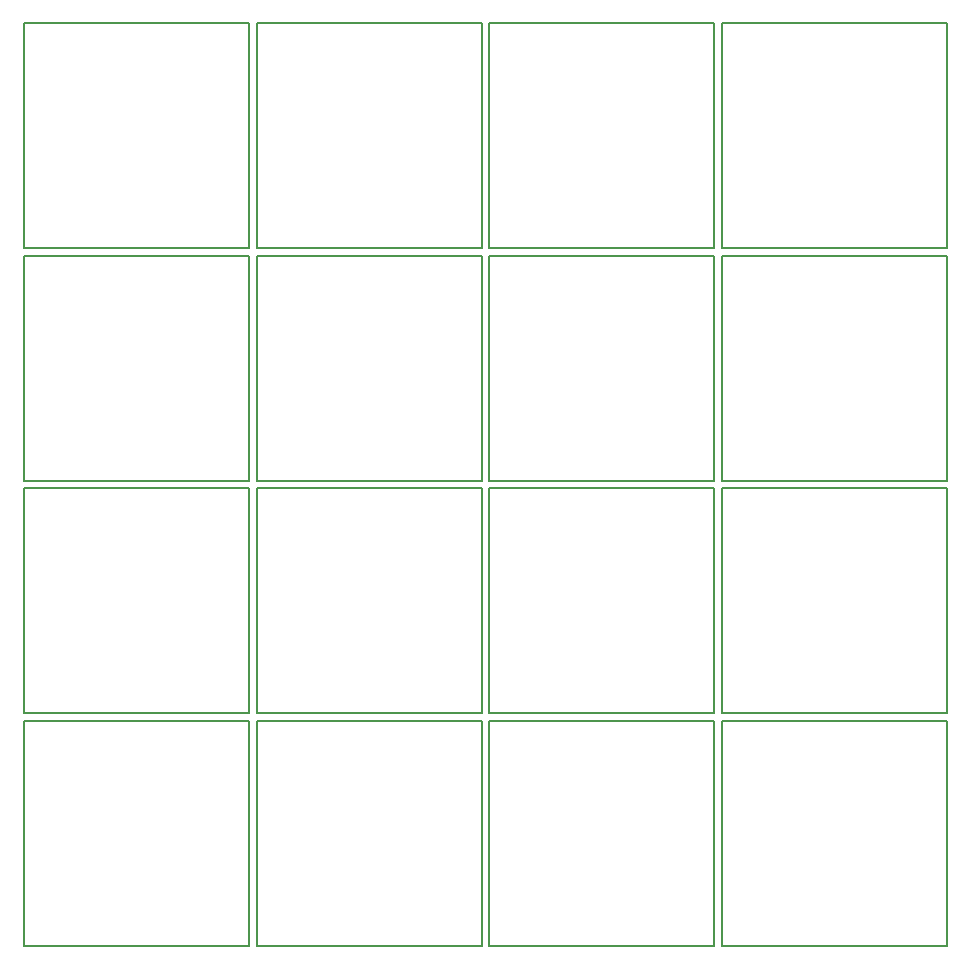
<source format=gbr>
G04 #@! TF.FileFunction,Drawing*
%FSLAX46Y46*%
G04 Gerber Fmt 4.6, Leading zero omitted, Abs format (unit mm)*
G04 Created by KiCad (PCBNEW 4.0.7) date 08/25/19 17:49:11*
%MOMM*%
%LPD*%
G01*
G04 APERTURE LIST*
%ADD10C,0.100000*%
%ADD11C,0.150000*%
G04 APERTURE END LIST*
D10*
D11*
X81915000Y-121920000D02*
X100965000Y-121920000D01*
X100965000Y-121920000D02*
X100965000Y-140970000D01*
X100965000Y-140970000D02*
X81915000Y-140970000D01*
X81915000Y-140970000D02*
X81915000Y-121920000D01*
X140970000Y-102235000D02*
X160020000Y-102235000D01*
X160020000Y-102235000D02*
X160020000Y-121285000D01*
X160020000Y-121285000D02*
X140970000Y-121285000D01*
X140970000Y-121285000D02*
X140970000Y-102235000D01*
X121285000Y-62865000D02*
X140335000Y-62865000D01*
X140335000Y-62865000D02*
X140335000Y-81915000D01*
X140335000Y-81915000D02*
X121285000Y-81915000D01*
X121285000Y-81915000D02*
X121285000Y-62865000D01*
X101600000Y-121920000D02*
X120650000Y-121920000D01*
X120650000Y-121920000D02*
X120650000Y-140970000D01*
X120650000Y-140970000D02*
X101600000Y-140970000D01*
X101600000Y-140970000D02*
X101600000Y-121920000D01*
X81915000Y-82550000D02*
X100965000Y-82550000D01*
X100965000Y-82550000D02*
X100965000Y-101600000D01*
X100965000Y-101600000D02*
X81915000Y-101600000D01*
X81915000Y-101600000D02*
X81915000Y-82550000D01*
X140970000Y-62865000D02*
X160020000Y-62865000D01*
X160020000Y-62865000D02*
X160020000Y-81915000D01*
X160020000Y-81915000D02*
X140970000Y-81915000D01*
X140970000Y-81915000D02*
X140970000Y-62865000D01*
X121285000Y-121920000D02*
X140335000Y-121920000D01*
X140335000Y-121920000D02*
X140335000Y-140970000D01*
X140335000Y-140970000D02*
X121285000Y-140970000D01*
X121285000Y-140970000D02*
X121285000Y-121920000D01*
X101600000Y-82550000D02*
X120650000Y-82550000D01*
X120650000Y-82550000D02*
X120650000Y-101600000D01*
X120650000Y-101600000D02*
X101600000Y-101600000D01*
X101600000Y-101600000D02*
X101600000Y-82550000D01*
X140970000Y-121920000D02*
X160020000Y-121920000D01*
X160020000Y-121920000D02*
X160020000Y-140970000D01*
X160020000Y-140970000D02*
X140970000Y-140970000D01*
X140970000Y-140970000D02*
X140970000Y-121920000D01*
X121285000Y-82550000D02*
X140335000Y-82550000D01*
X140335000Y-82550000D02*
X140335000Y-101600000D01*
X140335000Y-101600000D02*
X121285000Y-101600000D01*
X121285000Y-101600000D02*
X121285000Y-82550000D01*
X81915000Y-102235000D02*
X100965000Y-102235000D01*
X100965000Y-102235000D02*
X100965000Y-121285000D01*
X100965000Y-121285000D02*
X81915000Y-121285000D01*
X81915000Y-121285000D02*
X81915000Y-102235000D01*
X140970000Y-82550000D02*
X160020000Y-82550000D01*
X160020000Y-82550000D02*
X160020000Y-101600000D01*
X160020000Y-101600000D02*
X140970000Y-101600000D01*
X140970000Y-101600000D02*
X140970000Y-82550000D01*
X101600000Y-102235000D02*
X120650000Y-102235000D01*
X120650000Y-102235000D02*
X120650000Y-121285000D01*
X120650000Y-121285000D02*
X101600000Y-121285000D01*
X101600000Y-121285000D02*
X101600000Y-102235000D01*
X81915000Y-62865000D02*
X100965000Y-62865000D01*
X100965000Y-62865000D02*
X100965000Y-81915000D01*
X100965000Y-81915000D02*
X81915000Y-81915000D01*
X81915000Y-81915000D02*
X81915000Y-62865000D01*
X121285000Y-102235000D02*
X140335000Y-102235000D01*
X140335000Y-102235000D02*
X140335000Y-121285000D01*
X140335000Y-121285000D02*
X121285000Y-121285000D01*
X121285000Y-121285000D02*
X121285000Y-102235000D01*
X101600000Y-62865000D02*
X120650000Y-62865000D01*
X120650000Y-62865000D02*
X120650000Y-81915000D01*
X120650000Y-81915000D02*
X101600000Y-81915000D01*
X101600000Y-81915000D02*
X101600000Y-62865000D01*
M02*

</source>
